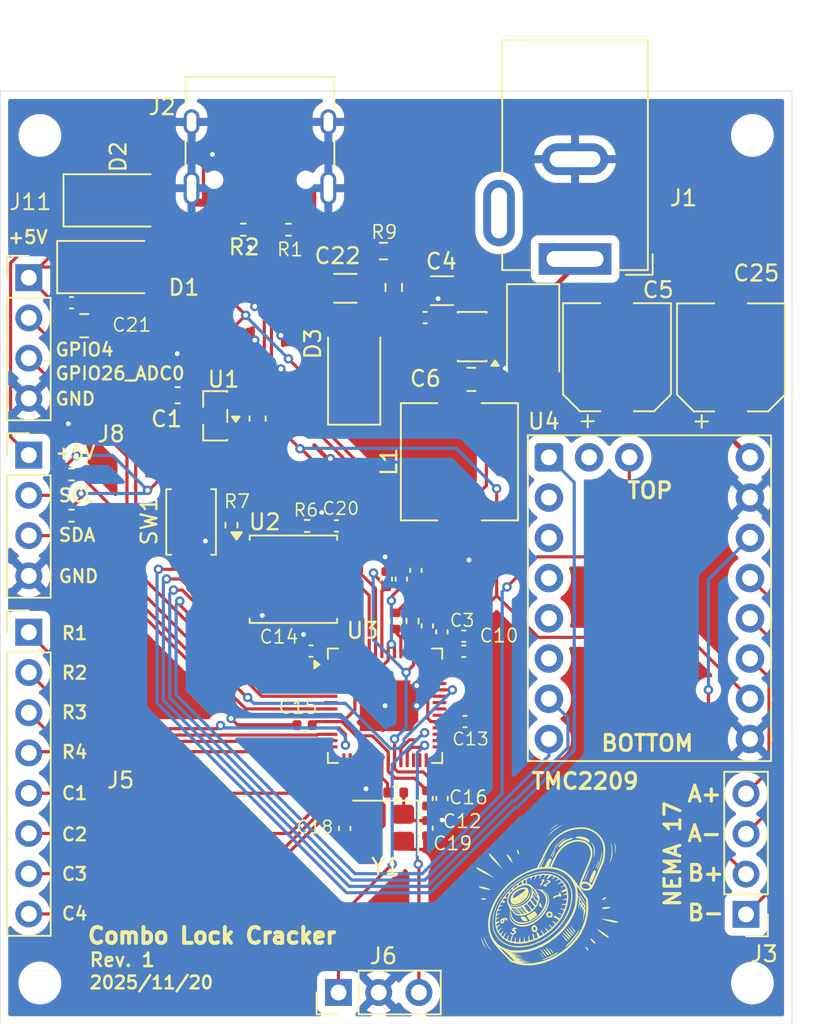
<source format=kicad_pcb>
(kicad_pcb (version 20241229) (generator "pcbnew") (generator_version "9.0")
  (layers (0 "F.Cu" signal "Front") (4 "In1.Cu" signal) (6 "In2.Cu" signal) (2 "B.Cu" signal "Back") (13 "F.Paste" user) (15 "B.Paste" user) (5 "F.SilkS" user "F.Silkscreen") (7 "B.SilkS" user "B.Silkscreen") (1 "F.Mask" user) (3 "B.Mask" user) (25 "Edge.Cuts" user))
  (net 0 "")
  (net 1 "+5V")
  (net 2 "GND")
  (net 3 "+3V3")
  (net 4 "+24V")
  (net 5 "Net-(U6-BOOT)")
  (net 6 "Net-(U6-SW)")
  (net 7 "/Power/BUCK_VCC_5V")
  (net 8 "Net-(U6-FB)")
  (net 9 "+1V1")
  (net 10 "/RP2040/XIN")
  (net 11 "Net-(C19-Pad2)")
  (net 12 "VBUS")
  (net 13 "Net-(J2-CC2)")
  (net 14 "/Power/USB_D-")
  (net 15 "/Power/USB_D+")
  (net 16 "Net-(J2-CC1)")
  (net 17 "/Peripherals/GPIO3")
  (net 18 "/Peripherals/GPIO13")
  (net 19 "/Peripherals/GPIO8")
  (net 20 "/Peripherals/GPIO12")
  (net 21 "/Peripherals/GPIO10")
  (net 22 "/Peripherals/GPIO14")
  (net 23 "/Peripherals/GPIO15")
  (net 24 "/Peripherals/GPIO9")
  (net 25 "/Peripherals/GPIO11")
  (net 26 "/RP2040/SWD")
  (net 27 "/RP2040/SWCLK")
  (net 28 "/Peripherals/GPIO6")
  (net 29 "/Peripherals/GPIO7")
  (net 30 "/Peripherals/GPIO4")
  (net 31 "/Peripherals/GPIO26_ADC0")
  (net 36 "/Peripherals/GPIO1")
  (net 38 "/Peripherals/GPIO0")
  (net 47 "Net-(U3-USB_DP)")
  (net 48 "Net-(U3-USB_DM)")
  (net 49 "/RP2040/XOUT")
  (net 50 "/RP2040/QSPI_SS")
  (net 51 "Net-(R7-Pad1)")
  (net 52 "/RP2040/QSPI_SD1")
  (net 53 "/RP2040/QSPI_SD2")
  (net 54 "/RP2040/QSPI_SD3")
  (net 55 "/RP2040/QSPI_SCLK")
  (net 56 "/RP2040/QSPI_SD0")
  (net 60 "/Peripherals/GPIO2")
  (net 61 "Net-(J3-Pin_1)")
  (net 62 "Net-(J3-Pin_3)")
  (net 63 "Net-(J3-Pin_4)")
  (net 64 "Net-(J3-Pin_2)")
  (footprint "Capacitor_SMD:C_1206_3216Metric" (layer "F.Cu") (at 153.8 84.15 180)
    (property "Reference" "C22")
    (property "Value" "47uF")
  )
  (footprint "MountingHole:MountingHole_2.2mm_M2" (layer "F.Cu") (at 179.5 74.5)
    (property "Reference" "H1" (hide yes))
    (property "Value" "MountingHole")
  )
  (footprint "MountingHole:MountingHole_2.2mm_M2" (layer "F.Cu") (at 179.5 128)
    (property "Reference" "H4" (hide yes))
    (property "Value" "MountingHole")
  )
  (footprint "Capacitor_SMD:C_0402_1005Metric" (layer "F.Cu") (at 157.33 102.51 90)
    (property "Reference" "C8" (hide yes))
    (property "Value" "0.1uF")
  )
  (footprint "Connector_PinHeader_2.54mm:PinHeader_1x04_P2.54mm_Vertical" (layer "F.Cu") (at 179.1 123.67 180)
    (property "Reference" "J3")
    (property "Value" "Conn_01x04")
  )
  (footprint "Diode_SMD:D_SMA" (layer "F.Cu") (at 139.1 82.81)
    (property "Reference" "D1")
    (property "Value" "SS34")
  )
  (footprint "Capacitor_SMD:C_0402_1005Metric" (layer "F.Cu") (at 159.89 105.84 90)
    (property "Reference" "C11" (hide yes))
    (property "Value" "0.1uF")
  )
  (footprint "Connector_PinHeader_2.54mm:PinHeader_1x08_P2.54mm_Vertical" (layer "F.Cu") (at 133.8 105.86175)
    (property "Reference" "J5")
    (property "Value" "4x4 Matrix Keypad")
  )
  (footprint "Capacitor_SMD:C_0402_1005Metric" (layer "F.Cu") (at 151.22 111.725 180)
    (property "Reference" "C15")
    (property "Value" "0.1uF")
  )
  (footprint "Package_TO_SOT_SMD:SOT-23-6" (layer "F.Cu") (at 161.8 87.2 180)
    (property "Reference" "U6" (hide yes))
    (property "Value" "TPS54302")
  )
  (footprint "Capacitor_SMD:C_0805_2012Metric" (layer "F.Cu") (at 161.75 89.9)
    (property "Reference" "C6")
    (property "Value" "100nF")
  )
  (footprint "LOGO" (layer "F.Cu") (at 166.4 122.4)
    (property "Reference" "G***" (hide yes))
    (property "Value" "LOGO" (hide yes))
  )
  (footprint "Capacitor_SMD:C_1206_3216Metric" (layer "F.Cu") (at 159.9 84.3 180)
    (property "Reference" "C4")
    (property "Value" "22uF")
  )
  (footprint "Capacitor_SMD:C_0402_1005Metric" (layer "F.Cu") (at 153.753009 118.240491 -90)
    (property "Reference" "C18")
    (property "Value" "33pF")
  )
  (footprint "Capacitor_SMD:C_0402_1005Metric" (layer "F.Cu") (at 158.95 118.23 90)
    (property "Reference" "C19")
    (property "Value" "33pF")
  )
  (footprint "Resistor_SMD:R_0402_1005Metric" (layer "F.Cu") (at 158.035 105.145 -90)
    (property "Reference" "R4" (hide yes))
    (property "Value" "27")
  )
  (footprint "Capacitor_SMD:C_0805_2012Metric" (layer "F.Cu") (at 137.3 86.51)
    (property "Reference" "C21")
    (property "Value" "47uF")
  )
  (footprint "Capacitor_SMD:C_0402_1005Metric" (layer "F.Cu") (at 151.62 107.05 180)
    (property "Reference" "C14")
    (property "Value" "0.1uF")
  )
  (footprint "Resistor_SMD:R_0402_1005Metric" (layer "F.Cu") (at 136.5 95.9 180)
    (property "Reference" "R21" (hide yes))
    (property "Value" "4.7K")
  )
  (footprint "Resistor_SMD:R_0603_1608Metric" (layer "F.Cu") (at 156.85 84.1 90)
    (property "Reference" "R8" (hide yes))
    (property "Value" "100K")
  )
  (footprint "Connector_BarrelJack:BarrelJack_GCT_DCJ200-10-A_Horizontal" (layer "F.Cu") (at 168.3 82.3 180)
    (property "Reference" "J1")
    (property "Value" "Barrel_Jack_MountingPin")
  )
  (footprint "Capacitor_SMD:C_0603_1608Metric" (layer "F.Cu") (at 143.2 90.9 180)
    (property "Reference" "C1")
    (property "Value" "10uF")
  )
  (footprint "Capacitor_SMD:C_0402_1005Metric" (layer "F.Cu") (at 158.83 86)
    (property "Reference" "C7" (hide yes))
    (property "Value" "75pF")
  )
  (footprint "Connector_PinHeader_2.54mm:PinHeader_1x04_P2.54mm_Vertical" (layer "F.Cu") (at 133.8 94.68)
    (property "Reference" "J8")
    (property "Value" "I2C_LCD_1602")
  )
  (footprint "Resistor_SMD:R_0402_1005Metric" (layer "F.Cu") (at 156.97 115.98 180)
    (property "Reference" "R5" (hide yes))
    (property "Value" "1K")
  )
  (footprint "Capacitor_SMD:CP_Elec_6.3x7.7" (layer "F.Cu") (at 178.15 88.5125 90)
    (property "Reference" "C25")
    (property "Value" "100uF")
  )
  (footprint "Capacitor_SMD:C_0402_1005Metric" (layer "F.Cu") (at 158.97 105.46 90)
    (property "Reference" "C17" (hide yes))
    (property "Value" "0.1uF")
  )
  (footprint "Resistor_SMD:R_0402_1005Metric" (layer "F.Cu") (at 156.965 105.145 -90)
    (property "Reference" "R3" (hide yes))
    (property "Value" "27")
  )
  (footprint "Diode_SMD:D_SMA" (layer "F.Cu") (at 165.65 87.4 -90)
    (property "Reference" "D4" (hide yes))
    (property "Value" "SS34")
  )
  (footprint "Capacitor_SMD:C_0402_1005Metric" (layer "F.Cu") (at 161.27 107.06)
    (property "Reference" "C10")
    (property "Value" "0.1uF")
  )
  (footprint "Diode_SMD:D_SMA" (layer "F.Cu") (at 139.5 78.6)
    (property "Reference" "D2")
    (property "Value" "SS34")
  )
  (footprint "MountingHole:MountingHole_2.2mm_M2" (layer "F.Cu") (at 134.5 128)
    (property "Reference" "H3" (hide yes))
    (property "Value" "MountingHole")
  )
  (footprint "Resistor_SMD:R_0402_1005Metric" (layer "F.Cu") (at 151.38 99.15 180)
    (property "Reference" "R6")
    (property "Value" "10K")
  )
  (footprint "Capacitor_SMD:C_0402_1005Metric" (layer "F.Cu") (at 159.9 116.35 -90)
    (property "Reference" "C16")
    (property "Value" "1uF")
  )
  (footprint "Package_TO_SOT_SMD:SOT-23" (layer "F.Cu") (at 145.575 92.2 180)
    (property "Reference" "U1")
    (property "Value" "MCP1700x-330xxTT")
  )
  (footprint "Capacitor_SMD:C_0402_1005Metric" (layer "F.Cu") (at 158.25 101.95 90)
    (property "Reference" "C9" (hide yes))
    (property "Value" "0.1uF")
  )
  (footprint "Capacitor_SMD:C_0402_1005Metric" (layer "F.Cu") (at 161.27 106.11)
    (property "Reference" "C3")
    (property "Value" "1uF")
  )
  (footprint "Resistor_SMD:R_0402_1005Metric" (layer "F.Cu") (at 150.2 80.45)
    (property "Reference" "R1")
    (property "Value" "5.1K")
  )
  (footprint "Connector_PinHeader_2.54mm:PinHeader_1x04_P2.54mm_Vertical" (layer "F.Cu") (at 133.8 83.48)
    (property "Reference" "J11")
    (property "Value" "Analog_Feedback_Servo")
  )
  (footprint "Resistor_SMD:R_0402_1005Metric" (layer "F.Cu") (at 136.5 98.5)
    (property "Reference" "R22" (hide yes))
    (property "Value" "4.7K")
  )
  (footprint "Capacitor_SMD:C_0402_1005Metric" (layer "F.Cu") (at 136.5 85.06 180)
    (property "Reference" "C29" (hide yes))
    (property "Value" "0.1uF")
  )
  (footprint "Capacitor_SMD:C_0603_1608Metric" (layer "F.Cu") (at 148.25 92.375 -90)
    (property "Reference" "C2" (hide yes))
    (property "Value" "10uF")
  )
  (footprint "Package_DFN_QFN:QFN-56-1EP_7x7mm_P0.4mm_EP3.2x3.2mm" (layer "F.Cu") (at 156.3 110.5)
    (property "Reference" "U3")
    (property "Value" "RP2040")
  )
  (footprint "Capacitor_SMD:C_0402_1005Metric" (layer "F.Cu") (at 158.95 116.35 -90)
    (property "Reference" "C12")
    (property "Value" "0.1uF")
  )
  (footprint "Resistor_SMD:R_0402_1005Metric" (layer "F.Cu") (at 147.35 80.45)
    (property "Reference" "R2")
    (property "Value" "5.1K")
  )
  (footprint "Library:TMC2209" (layer "F.Cu") (at 166.65 94.82)
    (property "Reference" "U4")
    (property "Value" "TMC2209_Module_v1.3")
  )
  (footprint "Crystal:Crystal_SMD_3225-4Pin_3.2x2.5mm" (layer "F.Cu") (at 156.34 118.2 180)
    (property "Reference" "Y1")
    (property "Value" "12 MHz")
  )
  (footprint "MountingHole:MountingHole_2.2mm_M2" (layer "F.Cu") (at 134.5 74.5)
    (property "Reference" "H2" (hide yes))
    (property "Value" "MountingHole")
  )
  (footprint "Capacitor_SMD:CP_Elec_6.3x7.7" (layer "F.Cu") (at 170.95 88.5 90)
    (property "Reference" "C5")
    (property "Value" "100uF")
  )
  (footprint "Package_SO:SOIC-8_5.3x5.3mm_P1.27mm" (layer "F.Cu") (at 150.5125 102.515)
    (property "Reference" "U2")
    (property "Value" "W25Q128JVS")
  )
  (footprint "Resistor_SMD:R_0603_1608Metric" (layer "F.Cu") (at 156.2 81.8 180)
    (property "Reference" "R9")
    (property "Value" "13.7K")
  )
  (footprint "Diode_SMD:D_SMA" (layer "F.Cu") (at 154.35 89.25 90)
    (property "Reference" "D3")
    (property "Value" "SS34")
  )
  (footprint "Capacitor_SMD:C_0402_1005Metric" (layer "F.Cu") (at 153.23 99.15 180)
    (property "Reference" "C20")
    (property "Value" "0.1uF")
  )
  (footprint "Resistor_SMD:R_0402_1005Metric" (layer "F.Cu") (at 146.6 99.1 -90)
    (property "Reference" "R7")
    (property "Value" "1K")
  )
  (footprint "Capacitor_SMD:C_0402_1005Metric" (layer "F.Cu") (at 161.35 111.5)
    (property "Reference" "C13")
    (property "Value" "0.1uF")
  )
  (footprint "Button_Switch_SMD:SW_Push_SPST_NO_Alps_SKRK" (layer "F.Cu") (at 144.05 98.9 90)
    (property "Reference" "SW1")
    (property "Value" "SW_Push")
  )
  (footprint "Inductor_SMD:L_7.3x7.3_H3.5" (layer "F.Cu") (at 161 95.1 90)
    (property "Reference" "L1")
    (property "Value" "4.7uH")
  )
  (footprint "Connector_PinHeader_2.54mm:PinHeader_1x03_P2.54mm_Vertical" (layer "F.Cu") (at 153.36 128.6 90)
    (property "Reference" "J6")
    (property "Value" "Conn_01x03")
  )
  (footprint "Connector_USB:USB_C_Receptacle_HRO_TYPE-C-31-M-12" (layer "F.Cu") (at 148.4 74.7 180)
    (property "Reference" "J2")
    (property "Value" "USB_C_Receptacle_USB2.0_14P")
  )
  (footprint "Capacitor_SMD:C_0402_1005Metric" (layer "F.Cu") (at 156.38 102.51 90)
    (property "Reference" "C24" (hide yes))
    (property "Value" "0.1uF")
  )
  (gr_rect (start 132 71.7) (end 182 130.6) (stroke (width 0.0381)) (fill no) (layer "Edge.Cuts"))
  (gr_text "SDA" (at 135.6 100.2 0) (layer "F.SilkS") (effects (font (size 0.8128 0.8128) (thickness 0.1524) (bold yes)) (justify left bottom)))
  (gr_text "+5V" (at 135.4 95 0) (layer "F.SilkS") (effects (font (size 0.8128 0.8128) (thickness 0.1524) (bold yes)) (justify left bottom)))
  (gr_text "Combo Lock Cracker" (at 137.4 125.6 0) (layer "F.SilkS") (effects (font (size 1 1) (thickness 0.25) (bold yes)) (justify left bottom)))
  (gr_text "BOTTOM" (at 169.85 113.45 0) (layer "F.SilkS") (effects (font (size 1 1) (thickness 0.2) (bold yes)) (justify left bottom)))
  (gr_text "C3" (at 135.8 121.6 0) (layer "F.SilkS") (effects (font (size 0.8128 0.8128) (thickness 0.1524) (bold yes)) (justify left bottom)))
  (gr_text "C4" (at 135.8 124.1 0) (layer "F.SilkS") (effects (font (size 0.8128 0.8128) (thickness 0.1524) (bold yes)) (justify left bottom)))
  (gr_text "A-" (at 175.3 119.15 0) (layer "F.SilkS") (effects (font (size 1 1) (thickness 0.2) (bold yes)) (justify left bottom)))
  (gr_text "NEMA 17" (at 175.05 123.3 90) (layer "F.SilkS") (effects (font (size 1 1) (thickness 0.2) (bold yes)) (justify left bottom)))
  (gr_text "R2" (at 135.8 108.9 0) (layer "F.SilkS") (effects (font (size 0.8128 0.8128) (thickness 0.1524) (bold yes)) (justify left bottom)))
  (gr_text "C2" (at 135.8 119.1 0) (layer "F.SilkS") (effects (font (size 0.8128 0.8128) (thickness 0.1524) (bold yes)) (justify left bottom)))
  (gr_text "R3" (at 135.8 111.4 0) (layer "F.SilkS") (effects (font (size 0.8128 0.8128) (thickness 0.1524) (bold yes)) (justify left bottom)))
  (gr_text "TMC2209" (at 165.45 115.85 0) (layer "F.SilkS") (effects (font (size 1 1) (thickness 0.2) (bold yes)) (justify left bottom)))
  (gr_text "GND" (at 135.6 102.8 0) (layer "F.SilkS") (effects (font (size 0.8128 0.8128) (thickness 0.1524) (bold yes)) (justify left bottom)))
  (gr_text "GPIO26_ADC0" (at 135.4 90 0) (layer "F.SilkS") (effects (font (size 0.8128 0.8128) (thickness 0.1524) (bold yes)) (justify left bottom)))
  (gr_text "2025/11/20" (at 137.55 128.44175 0) (layer "F.SilkS") (effects (font (size 0.8 0.8) (thickness 0.16) (bold yes)) (justify left bottom)))
  (gr_text "SCL" (at 135.6 97.7 0) (layer "F.SilkS") (effects (font (size 0.8128 0.8128) (thickness 0.1524) (bold yes)) (justify left bottom)))
  (gr_text "C1" (at 135.8 116.5 0) (layer "F.SilkS") (effects (font (size 0.8128 0.8128) (thickness 0.1524) (bold yes)) (justify left bottom)))
  (gr_text "R1" (at 135.8 106.4 0) (layer "F.SilkS") (effects (font (size 0.8128 0.8128) (thickness 0.1524) (bold yes)) (justify left bottom)))
  (gr_text "GND" (at 135.4 91.6 0) (layer "F.SilkS") (effects (font (size 0.8128 0.8128) (thickness 0.1524) (bold yes)) (justify left bottom)))
  (gr_text "B-" (at 175.3 124.15 0) (layer "F.SilkS") (effects (font (size 1 1) (thickness 0.2) (bold yes)) (justify left bottom)))
  (gr_text "B+" (at 175.3 121.65 0) (layer "F.SilkS") (effects (font (size 1 1) (thickness 0.2) (bold yes)) (justify left bottom)))
  (gr_text "TOP" (at 171.5 97.5 0) (layer "F.SilkS") (effects (font (size 1 1) (thickness 0.2) (bold yes)) (justify left bottom)))
  (gr_text "GPIO4" (at 135.4 88.5 0) (layer "F.SilkS") (effects (font (size 0.8128 0.8128) (thickness 0.1524) (bold yes)) (justify left bottom)))
  (gr_text "R4" (at 135.8 113.9 0) (layer "F.SilkS") (effects (font (size 0.8128 0.8128) (thickness 0.1524) (bold yes)) (justify left bottom)))
  (gr_text "A+" (at 175.3 116.65 0) (layer "F.SilkS") (effects (font (size 1 1) (thickness 0.2) (bold yes)) (justify left bottom)))
  (gr_text "+5V" (at 132.4 81.4 0) (layer "F.SilkS") (effects (font (size 0.8128 0.8128) (thickness 0.1524) (bold yes)) (justify left bottom)))
  (gr_text "Rev. 1" (at 137.55 127.04175 0) (layer "F.SilkS") (effects (font (size 0.85 0.85) (thickness 0.16) (bold yes)) (justify left bottom)))
  (segment (start 135.38 85.06) (end 136.02 85.06) (width 0.2) (layer "F.Cu") (net 1))
  (segment (start 136.35 85.39) (end 136.02 85.06) (width 0.2) (layer "F.Cu") (net 1))
  (segment (start 136.35 86.51) (end 135.38 85.54) (width 0.2) (layer "F.Cu") (net 1))
  (segment (start 136.02 83.89) (end 137.1 82.81) (width 0.2) (layer "F.Cu") (net 1))
  (segment (start 136.59175 80.7) (end 136.6 80.69175) (width 0.2) (layer "F.Cu") (net 1))
  (segment (start 143.975 90.9) (end 143.975 91.5375) (width 0.2) (layer "F.Cu") (net 1))
  (segment (start 132.65 93.53) (end 133.8 94.68) (width 0.2) (layer "F.Cu") (net 1))
  (segment (start 134.50825 80.69175) (end 132.65 82.55) (width 0.2) (layer "F.Cu") (net 1))
  (segment (start 137.1 82.81) (end 134.47 82.81) (width 0.2) (layer "F.Cu") (net 1))
  (segment (start 135.38 85.54) (end 135.38 85.06) (width 0.2) (layer "F.Cu") (net 1))
  (segment (start 143.975 89.375) (end 147.5 85.85) (width 0.2) (layer "F.Cu") (net 1))
  (segment (start 132.65 82.55) (end 132.65 93.53) (width 0.2) (layer "F.Cu") (net 1))
  (segment (start 143.25 81.6) (end 140.5 81.6) (width 0.2) (layer "F.Cu") (net 1))
  (segment (start 136.6 80.69175) (end 134.50825 80.69175) (width 0.2) (layer "F.Cu") (net 1))
  (segment (start 133.8 83.49175) (end 136.59175 80.7) (width 0.2) (layer "F.Cu") (net 1))
  (segment (start 137.5 79.79175) (end 137.5 78.6) (width 0.2) (layer "F.Cu") (net 1))
  (segment (start 134.47 82.81) (end 133.8 83.48) (width 0.2) (layer "F.Cu") (net 1))
  (segment (start 143.975 90.9) (end 143.975 89.375) (width 0.2) (layer "F.Cu") (net 1))
  (segment (start 136.02 85.06) (end 136.02 83.89) (width 0.2) (layer "F.Cu") (net 1))
  (segment (start 152.85 91.25) (end 154.35 91.25) (width 0.2) (layer "F.Cu") (net 1))
  (segment (start 140.5 81.6) (end 137.5 78.6) (width 0.2) (layer "F.Cu") (net 1))
  (segment (start 136.6 80.69175) (end 137.5 79.79175) (width 0.2) (layer "F.Cu") (net 1))
  (segment (start 150.2 88.6) (end 152.85 91.25) (width 0.2) (layer "F.Cu") (net 1))
  (segment (start 136.35 86.51) (end 136.35 85.39) (width 0.2) (layer "F.Cu") (net 1))
  (segment (start 147.5 85.85) (end 143.25 81.6) (width 0.2) (layer "F.Cu") (net 1))
  (segment (start 133.8 83.48) (end 135.38 85.06) (width 0.2) (layer "F.Cu") (net 1))
  (segment (start 143.975 91.5375) (end 144.6375 92.2) (width 0.2) (layer "F.Cu") (net 1))
  (via (at 147.5 85.85) (size 0.6) (drill 0.3) (layers "F.Cu" "B.Cu") (net 1))
  (via (at 150.2 88.6) (size 0.6) (drill 0.3) (layers "F.Cu" "B.Cu") (net 1))
  (segment (start 150.2 88.6) (end 147.5 85.9) (width 0.2) (layer "B.Cu") (net 1))
  (segment (start 147.5 85.9) (end 147.5 85.85) (width 0.2) (layer "B.Cu") (net 1))
  (segment (start 155.299 115.2602) (end 155.299 114.991) (width 0.2) (layer "F.Cu") (net 2))
  (segment (start 159.51 104.98) (end 159.89 105.36) (width 0.2) (layer "F.Cu") (net 2))
  (segment (start 161.75 107.06) (end 161.75 106.11) (width 0.2) (layer "F.Cu") (net 2))
  (segment (start 159.903009 118.765491) (end 159.103009 119.565491) (width 0.2) (layer "F.Cu") (net 2))
  (segment (start 159.65 84.8) (end 158.925 84.8) (width 0.2) (layer "F.Cu") (net 2))
  (segment (start 144.03 77.83675) (end 144.03 77.31175) (width 0.2) (layer "F.Cu") (net 2))
  (segment (start 159.903009 117.715491) (end 159.903009 118.765491) (width 0.2) (layer "F.Cu") (net 2))
  (segment (start 159.903009 117.756991) (end 158.95 118.71) (width 0.2) (layer "F.Cu") (net 2))
  (segment (start 147.7606 81.559299) (end 147.7606 80.5494) (width 0.2) (layer "F.Cu") (net 2))
  (segment (start 144.834 76.266) (end 145.4 75.7) (width 0.2) (layer "F.Cu") (net 2))
  (segment (start 158.97 104.98) (end 159.51 104.98) (width 0.2) (layer "F.Cu") (net 2))
  (segment (start 136.98 85.24) (end 136.98 85.06) (width 0.2) (layer "F.Cu") (net 2))
  (segment (start 159.103009 119.565491) (end 157.953009 119.565491) (width 0.2) (layer "F.Cu") (net 2))
  (segment (start 158.25 101.47) (end 157.89 101.47) (width 0.2) (layer "F.Cu") (net 2))
  (segment (start 146.975 111.7) (end 146.575 111.3) (width 0.2) (layer "F.Cu") (net 2))
  (segment (start 136.98 85.06) (end 137.2 85.06) (width 0.2) (layer "F.Cu") (net 2))
  (segment (start 152.75 98.75) (end 152.3 98.3) (width 0.2) (layer "F.Cu") (net 2))
  (segment (start 151.14 106.21) (end 151.14 107.05) (width 0.2) (layer "F.Cu") (net 2))
  (segment (start 144.834 78.429) (end 144.834 76.266) (width 0.2) (layer "F.Cu") (net 2))
  (segment (start 135.4 92.7) (end 133.8 91.1) (width 0.2) (layer "F.Cu") (net 2))
  (segment (start 157.89 101.47) (end 157.33 102.03) (width 0.2) (layer "F.Cu") (net 2))
  (segment (start 150.74 111.7) (end 146.975 111.7) (width 0.2) (layer "F.Cu") (net 2))
  (segment (start 151.65 78.745) (end 151.65 79.51) (width 0.2) (layer "F.Cu") (net 2))
  (segment (start 155.1 116.7) (end 155.12869 116.72869) (width 0.2) (layer "F.Cu") (net 2))
  (segment (start 155.073324 115.713952) (end 155.073324 115.485876) (width 0.2) (layer "F.Cu") (net 2))
  (segment (start 145.15 78.745) (end 144.834 78.429) (width 0.2) (layer "F.Cu") (net 2))
  (segment (start 151.65 79.51) (end 150.71 80.45) (width 0.2) (layer "F.Cu") (net 2))
  (segment (start 156.31 101.83) (end 156.31 102.07) (width 0.2) (layer "F.Cu") (net 2))
  (segment (start 157.33 102.03) (end 156.38 102.03) (width 0.2) (layer "F.Cu") (net 2))
  (segment (start 155.073324 115.485876) (end 155.299 115.2602) (width 0.2) (layer "F.Cu") (net 2))
  (segment (start 151.15 106.2) (end 151.14 106.21) (width 0.2) (layer "F.Cu") (net 2))
  (segment (start 155.299 114.991) (end 155.3 114.99) (width 0.2) (layer "F.Cu") (net 2))
  (segment (start 159.017518 116.83) (end 159.903009 117.715491) (width 0.2) (layer "F.Cu") (net 2))
  (segment (start 155.1 115.740628) (end 155.073324 115.713952) (width 0.2) (layer "F.Cu") (net 2))
  (segment (start 162.9375 88.2375) (end 162.9375 88.15) (width 0.2) (layer "F.Cu") (net 2))
  (segment (start 151.15 106) (end 151.15 106.2) (width 0.2) (layer "F.Cu") (net 2))
  (segment (start 152.75 99.15) (end 152.75 98.75) (width 0.2) (layer "F.Cu") (net 2))
  (segment (start 153.753009 117.760491) (end 154.829509 117.760491) (width 0.2) (layer "F.Cu") (net 2))
  (segment (start 136.3 92.7) (end 135.4 92.7) (width 0.2) (layer "F.Cu") (net 2))
  (segment (start 155.12869 116.72869) (end 155.12869 117.23869) (width 0.2) (layer "F.Cu") (net 2))
  (segment (start 155.1 115.74063) (end 155.1 115.740628) (width 0.2) (layer "F.Cu") (net 2))
  (segment (start 163.9 89.2) (end 162.9375 88.2375) (width 0.2) (layer "F.Cu") (net 2))
  (segment (start 155.3 114.99) (end 155.3 113.9375) (width 0.2) (layer "F.Cu") (net 2))
  (segment (start 159.9 116.83) (end 158.95 116.83) (width 0.2) (layer "F.Cu") (net 2))
  (segment (start 158.925 84.8) (end 158.425 84.3) (width 0.2) (layer "F.Cu") (net 2))
  (segment (start 155.1 115.74063) (end 155.1 116.7) (width 0.2) (layer "F.Cu") (net 2))
  (segment (start 148.55 104.8) (end 148.17 104.42) (width 0.2) (layer "F.Cu") (net 2))
  (segment (start 148.17 104.42) (end 146.925 104.42) (width 0.2) (layer "F.Cu") (net 2))
  (segment (start 147.7606 80.5494) (end 147.86 80.45) (width 0.2) (layer "F.Cu") (net 2))
  (via (at 147.7606 81.559299) (size 0.6) (drill 0.3) (layers "F.Cu" "B.Cu") (net 2))
  (via (at 163.9 89.2) (size 0.6) (drill 0.3) (layers "F.Cu" "B.Cu") (net 2))
  (via (at 148.075 87.424265) (size 0.6) (drill 0.3) (layers "F.Cu" "B.Cu") (net 2))
  (via (at 144.95 100.1) (size 0.6) (drill 0.3) (layers "F.Cu" "B.Cu") (net 2))
  (via (at 152.3 98.3) (size 0.6) (drill 0.3) (layers "F.Cu" "B.Cu") (net 2))
  (via (at 161.6 101.3) (size 0.6) (drill 0.3) (layers "F.Cu" "B.Cu") (net 2))
  (via (at 159.65 84.8) (size 0.6) (drill 0.3) (layers "F.Cu" "B.Cu") (net 2))
  (via (at 143.175 88.275) (size 0.6) (drill 0.3) (layers "F.Cu" "B.Cu") (net 2))
  (via (at 156.305 101.1) (size 0.6) (drill 0.3) (layers "F.Cu" "B.Cu") (net 2))
  (via (at 151.15 106) (size 0.6) (drill 0.3) (layers "F.Cu" "B.Cu") (net 2))
  (via (at 158.3 110.5) (size 0.6) (drill 0.3) (layers "F.Cu" "B.Cu") (net 2))
  (via (at 145.4 75.7) (size 0.6) (drill 0.3) (layers "F.Cu" "B.Cu") (net 2))
  (via (at 136.3 92.7) (size 0.6) (drill 0.3) (layers "F.Cu" "B.Cu") (net 2))
  (via (at 155.1 115.74063) (size 0.6) (drill 0.3) (layers "F.Cu" "B.Cu") (net 2))
  (via (at 156.3 110.5) (size 0.6) (drill 0.3) (layers "F.Cu" "B.Cu") (net 2))
  (via (at 149.725 87.125735) (size 0.6) (drill 0.3) (layers "F.Cu" "B.Cu") (net 2))
  (via (at 148.55 104.8) (size 0.6) (drill 0.3) (layers "F.Cu" "B.Cu") (net 2))
  (via (at 149.725 89.243721) (size 0.6) (drill 0.3) (layers "F.Cu" "B.Cu") (net 2))
  (via (at 148.075 85.293786) (size 0.6) (drill 0.3) (layers "F.Cu" "B.Cu") (net 2))
  (via (at 159.903009 117.715491) (size 0.6) (drill 0.3) (layers "F.Cu" "B.Cu") (net 2))
  (via (at 146.575 111.3) (size 0.6) (drill 0.3) (layers "F.Cu" "B.Cu") (net 2))
  (via (at 158.3 109.225) (size 0.6) (drill 0.3) (layers "F.Cu" "B.Cu") (net 2))
  (via (at 152.850707 94.899293) (size 0.6) (drill 0.3) (layers "F.Cu" "B.Cu") (net 2))
  (segment (start 160.79 106.11) (end 160.79 107.06) (width 0.2) (layer "F.Cu") (net 3))
  (segment (start 158.175 102.405) (end 158.17 102.405) (width 0.2) (layer "F.Cu") (net 3))
  (segment (start 157.525 100.8) (end 155.85 99.125) (width 0.2) (layer "F.Cu") (net 3))
  (segment (start 156.7 103.870453) (end 156.7 103.62) (width 0.2) (layer "F.Cu") (net 3))
  (segment (start 151.925 111.5) (end 151.7 111.725) (width 0.2) (layer "F.Cu") (net 3))
  (segment (start 154.1 100.61) (end 154.1 99.54) (width 0.2) (layer "F.Cu") (net 3))
  (segment (start 141.383032 96.9) (end 141.3 96.9) (width 0.2) (layer "F.Cu") (net 3))
  (segment (start 135.99 95.9) (end 135.99 95.51) (width 0.2) (layer "F.Cu") (net 3))
  (segment (start 158.999 108.101) (end 159.2 107.9) (width 0.2) (layer "F.Cu") (net 3))
  (segment (start 156.5 114.639874) (end 156.5 113.9375) (width 0.2) (layer "F.Cu") (net 3))
  (segment (start 156.5 107.625) (end 156.225 107.9) (width 0.2) (layer "F.Cu") (net 3))
  (segment (start 155.825 99.15) (end 155.85 99.125) (width 0.2) (layer "F.Cu") (net 3))
  (segment (start 148.25 91.6) (end 146.683032 91.6) (width 0.2) (layer "F.Cu") (net 3))
  (segment (start 156.937126 115.077) (end 156.5 114.639874) (width 0.2) (layer "F.Cu") (net 3))
  (segment (start 156.7 103.62) (end 157.33 102.99) (width 0.2) (layer "F.Cu") (net 3))
  (segment (start 157.255 102.965) (end 157.715 102.965) (width 0.2) (layer "F.Cu") (net 3))
  (segment (start 163.35 103.55) (end 160.79 106.11) (width 0.2) (layer "F.Cu") (net 3))
  (segment (start 159.89 106.32) (end 159.6425 106.32) (width 0.2) (layer "F.Cu") (net 3))
  (segment (start 151.89 99.469999) (end 151.89 99.15) (width 0.2) (layer "F.Cu") (net 3))
  (segment (start 163.349265 96.799265) (end 163.35 96.8) (width 0.2) (layer "F.Cu") (net 3))
  (segment (start 158.157 115.077) (end 156.937126 115.077) (width 0.2) (layer "F.Cu") (net 3))
  (segment (start 175.471 106.181) (end 165.981 106.181) (width 0.2) (layer "F.Cu") (net 3))
  (segment (start 152.8625 111.5) (end 153.65 111.5) (width 0.2) (layer "F.Cu") (net 3))
  (segment (start 158.25 102.40755) (end 158.87755 101.78) (width 0.2) (layer "F.Cu") (net 3))
  (segment (start 160.87 111.5) (end 159.7375 111.5) (width 0.2) (layer "F.Cu") (net 3))
  (segment (start 156.5 113.4) (end 155.501 112.401) (width 0.2) (layer "F.Cu") (net 3))
  (segment (start 160.58 106.32) (end 160.79 106.11) (width 0.2) (layer "F.Cu") (net 3))
  (segment (start 153.099 99.761) (end 152.181001 99.761) (width 0.2) (layer "F.Cu") (net 3))
  (segment (start 163.35 96.8) (end 163.35 103.55) (width 0.2) (layer "F.Cu") (net 3))
  (segment (start 165.981 106.181) (end 164.8 105) (width 0.2) (layer "F.Cu") (net 3))
  (segment (start 153.71 99.15) (end 153.099 99.761) (width 0.2) (layer "F.Cu") (net 3))
  (segment (start 154.1 99.54) (end 153.71 99.15) (width 0.2) (layer "F.Cu") (net 3))
  (segment (start 163.35 103.55) (end 164.8 105) (width 0.2) (layer "F.Cu") (net 3))
  (segment (start 135.99 95.51) (end 136.8 94.7) (width 0.2) (layer "F.Cu") (net 3))
  (segment (start 156.225 107.9) (end 153.6 107.9) (width 0.2) (layer "F.Cu") (net 3))
  (segment (start 147.9 91.25) (end 148.25 91.6) (width 0.2) (layer "F.Cu") (net 3))
  (segment (start 156.9 106.927226) (end 156.9 107.0625) (width 0.2) (layer "F.Cu") (net 3))
  (segment (start 137.1 97.39) (end 135.99 98.5) (width 0.2) (layer "F.Cu") (net 3))
  (segment (start 154.465874 112.401) (end 153.564874 111.5) (width 0.2) (layer "F.Cu") (net 3))
  (segment (start 152.8625 111.5) (end 151.925 111.5) (width 0.2) (layer "F.Cu") (net 3))
  (segment (start 156.5 113.4) (end 156.5 113.9375) (width 0.2) (layer "F.Cu") (net 3))
  (segment (start 158.95 115.87) (end 158.157 115.077) (width 0.2) (layer "F.Cu") (net 3))
  (segment (start 160.5775 107.06) (end 160.79 107.06) (width 0.2) (layer "F.Cu") (net 3))
  (segment (start 158.9 101.78) (end 158.9 101) (width 0.2) (layer "F.Cu") (net 3))
  (segment (start 159.6425 106.32) (end 158.9 107.0625) (width 0.2) (layer "F.Cu") (net 3))
  (segment (start 146.683032 91.6) (end 141.383032 96.9) (width 0.2) (layer "F.Cu") (net 3))
  (segment (start 158.9 101) (end 158.7 100.8) (width 0.2) (layer "F.Cu") (net 3))
  (segment (start 153.6 107.9) (end 153.5 107.9) (width 0.2) (layer "F.Cu") (net 3))
  (segment (start 159.7375 111.5) (end 159.2 111.5) (width 0.2) (layer "F.Cu") (net 3))
  (segment (start 153.564874 111.5) (end 152.8625 111.5) (width 0.2) (layer "F.Cu") (net 3))
  (segment (start 159.7375 107.9) (end 160.5775 107.06) (width 0.2) (layer "F.Cu") (net 3))
  (segment (start 153.5 107.9) (end 152.8625 107.9) (width 0.2) (layer "F.Cu") (net 3))
  (segment (start 153.71 99.15) (end 155.825 99.15) (width 0.2) (layer "F.Cu") (net 3))
  (segment (start 146.5125 91.25) (end 147.9 91.25) (width 0.2) (layer "F.Cu") (net 3))
  (segment (start 153.65 111.5) (end 154.399 110.751) (width 0.2) (layer "F.Cu") (net 3))
  (segment (start 152.1 107.1375) (end 152.8625 107.9) (width 0.2) (layer "F.Cu") (net 3))
  (segment (start 158.7 100.8) (end 157.525 100.8) (width 0.2) (layer "F.Cu") (net 3))
  (segment (start 154.399 108.699) (end 153.6 107.9) (width 0.2) (layer "F.Cu") (net 3))
  (segment (start 155.501 112.401) (end 154.465874 112.401) (width 0.2) (layer "F.Cu") (net 3))
  (segment (start 158.34 102.47) (end 158.18 102.47) (width 0.2) (layer "F.Cu") (net 3))
  (segment (start 157.715 102.965) (end 158.25 102.43) (width 0.2) (layer "F.Cu") (net 3))
  (segment (start 179.35 110.06) (end 175.471 106.181) (width 0.2) (layer "F.Cu") (net 3))
  (segment (start 158.25 102.43) (end 158.25 102.40755) (width 0.2) (layer "F.Cu") (net 3))
  (segment (start 151 94.275) (end 155.85 99.125) (width 0.2) (layer "F.Cu") (net 3))
  (segment (start 159.89 106.32) (end 160.58 106.32) (width 0.2) (layer "F.Cu") (net 3))
  (segment (start 156.5 107.0625) (end 156.5 107.625) (width 0.2) (layer "F.Cu") (net 3))
  (segment (start 152.1 107.05) (end 152.1 107.1375) (width 0.2) (layer "F.Cu") (net 3))
  (segment (start 158.87755 101.78) (end 158.9 101.78) (width 0.2) (layer "F.Cu") (net 3))
  (segment (start 154.399 110.751) (end 154.399 108.699) (width 0.2) (layer "F.Cu") (net 3))
  (segment (start 150.925 94.275) (end 148.25 91.6) (width 0.2) (layer "F.Cu") (net 3))
  (segment (start 159.2 107.9) (end 159.7375 107.9) (width 0.2) (layer "F.Cu") (net 3))
  (segment (start 137.1 97.1) (end 137.1 97.39) (width 0.2) (layer "F.Cu") (net 3))
  (segment (start 152.181001 99.761) (end 151.89 99.469999) (width 0.2) (layer "F.Cu") (net 3))
  (segment (start 159.2 111.5) (end 158.999 111.299) (width 0.2) (layer "F.Cu") (net 3))
  (segment (start 158.9 107.0625) (end 158.5 107.0625) (width 0.2) (layer "F.Cu") (net 3))
  (segment (start 158.999 111.299) (end 158.999 108.101) (width 0.2) (layer "F.Cu") (net 3))
  (via (at 137.1 97.1) (size 0.6) (drill 0.3) (layers "F.Cu" "B.Cu") (net 3))
  (via (at 163.349265 96.799265) (size 0.6) (drill 0.3) (layers "F.Cu" "B.Cu") (net 3))
  (via (at 156.7 103.870453) (size 0.6) (drill 0.3) (layers "F.Cu" "B.Cu") (net 3))
  (via (at 156.699999 106.620531) (size 0.6) (drill 0.3) (layers "F.Cu" "B.Cu") (net 3))
  (via (at 141.3 96.9) (size 0.6) (drill 0.3) (layers "F.Cu" "B.Cu") (net 3))
  (via (at 136.8 94.7) (size 0.6) (drill 0.3) (layers "F.Cu" "B.Cu") (net 3))
  (via (at 150.925 94.275) (size 0.6) (drill 0.3) (layers "F.Cu" "B.Cu") (net 3))
  (segment (start 151.05 94.275) (end 150.925 94.275) (width 0.2) (layer "B.Cu") (net 3))
  (segment (start 139.1 94.7) (end 136.8 94.7) (width 0.2) (layer "B.Cu") (net 3))
  (segment (start 163.349265 96.799265) (end 160.8 94.25) (width 0.2) (layer "B.Cu") (net 3))
  (segment (start 141.1 97.1) (end 137.1 97.1) (width 0.2) (layer "B.Cu") (net 3))
  (segment (start 160.8 94.25) (end 151.075 94.25) (width 0.2) (layer "B.Cu") (net 3))
  (segment (start 141.3 96.9) (end 141.1 97.1) (width 0.2) (layer "B.Cu") (net 3))
  (segment (start 156.7 103.870453) (end 156.7 106.62053) (width 0.2) (layer "B.Cu") (net 3))
  (segment (start 141.3 96.9) (end 139.1 94.7) (width 0.2) (layer "B.Cu") (net 3))
  (segment (start 156.7 106.62053) (end 156.699999 106.620531) (width 0.2) (layer "B.Cu") (net 3))
  (segment (start 151.075 94.25) (end 151.05 94.275) (width 0.2) (layer "B.Cu") (net 3))
  (segment (start 178.15 91.2125) (end 178.15 93.62) (width 0.3) (layer "F.Cu") (net 4))
  (segment (start 165.65 85.4) (end 165.65 85.9) (width 0.3) (layer "F.Cu") (net 4))
  (segment (start 170.9125 90.0375) (end 170.9 90.025) (width 0.3) (layer "F.Cu") (net 4))
  (segment (start 165.65 85.4) (end 164.55 84.3) (width 0.3) (layer "F.Cu") (net 4))
  (segment (start 168.3 82.3) (end 168.3 82.75) (width 0.3) (layer "F.Cu") (net 4))
  (segment (start 161.575 84.5) (end 161.375 84.3) (width 0.3) (layer "F.Cu") (net 4))
  (segment (start 161.375 84.6875) (end 162.9375 86.25) (width 0.3) (layer "F.Cu") (net 4))
  (segment (start 168.3 82.75) (end 165.65 85.4) (width 0.3) (layer "F.Cu") (net 4))
  (segment (start 165.65 85.9) (end 170.95 91.2) (width 0.3) (layer "F.Cu") (net 4))
  (segment (start 170.95 91.2) (end 171.1 91.2) (width 0.3) (layer "F.Cu") (net 4))
  (segment (start 161.375 84.3) (end 161.375 84.6875) (width 0.3) (layer "F.Cu") (net 4))
  (segment (start 171.1 91.2) (end 171.1125 91.2125) (width 0.3) (layer "F.Cu") (net 4))
  (segment (start 164.55 84.3) (end 161.375 84.3) (width 0.3) (layer "F.Cu") (net 4))
  (segment (start 178.15 93.62) (end 179.35 94.82) (width 0.3) (layer "F.Cu") (net 4))
  (segment (start 171.1125 91.2125) (end 178.15 91.2125) (width 0.3) (layer "F.Cu") (net 4))
  (segment (start 160.8 88.2875) (end 160.6625 88.15) (width 0.2) (layer "F.Cu") (net 5))
  (segment (start 160.8 89.9) (end 160.8 88.2875) (width 0.2) (layer "F.Cu") (net 5))
  (segment (start 162.9375 87.2) (end 162.583032 87.2) (width 0.2) (layer "F.Cu") (net 6))
  (segment (start 162.583032 87.2) (end 161.974 87.809032) (width 0.2) (layer "F.Cu") (net 6))
  (segment (start 161.974 87.809032) (end 161.974 89.174) (width 0.2) (layer "F.Cu") (net 6))
  (segment (start 161.974 89.174) (end 162.7 89.9) (width 0.2) (layer "F.Cu") (net 6))
  (segment (start 162.7 89.9) (end 162.7 96.6) (width 0.2) (layer "F.Cu") (net 6))
  (segment (start 162.7 96.6) (end 161 98.3) (width 0.2) (layer "F.Cu") (net 6))
  (segment (start 156.075 84.15) (end 156.85 84.925) (width 0.2) (layer "F.Cu") (net 7))
  (segment (start 161 91.9) (end 159.9829 91.9) (width 0.2) (layer "F.Cu") (net 7))
  (segment (start 158.35 90.2671) (end 158.35 86) (width 0.2) (layer "F.Cu") (net 7))
  (segment (start 158.35 86) (end 157.925 86) (width 0.2) (layer "F.Cu") (net 7))
  (segment (start 154.35 85.075) (end 155.275 84.15) (width 0.2) (layer "F.Cu") (net 7))
  (segment (start 155.275 84.15) (end 156.075 84.15) (width 0.2) (layer "F.Cu") (net 7))
  (segment (start 154.71 87.79) (end 154.35 88.15) (width 0.2) (layer "F.Cu") (net 7))
  (segment (start 159.9829 91.9) (end 158.35 90.2671) (width 0.2) (layer "F.Cu") (net 7))
  (segment (start 157.925 86) (end 156.85 84.925) (width 0.2) (layer "F.Cu") (net 7))
  (segment (start 154.35 87.25) (end 154.35 85.075) (width 0.2) (layer "F.Cu") (net 7))
  (segment (start 157.025 82.425) (end 156.85 82.6) (width 0.2) (layer "F.Cu") (net 8))
  (segment (start 158.85 83.1) (end 157.68516 83.1) (width 0.2) (layer "F.Cu") (net 8))
  (segment (start 158.851 83.099) (end 158.85 83.1) (width 0.2) (layer "F.Cu") (net 8))
  (segment (start 157.025 81.8) (end 157.025 82.425) (width 0.2) (layer "F.Cu") (net 8))
  (segment (start 158.98516 83.099) (end 158.851 83.099) (width 0.2) (layer "F.Cu") (net 8))
  (segment (start 159.56 86.25) (end 159.31 86) (width 0.2) (layer "F.Cu") (net 8))
  (segment (start 160.6625 86.25) (end 159.56 86.25) (width 0.2) (layer "F.Cu") (net 8))
  (segment (start 160.6625 86.25) (end 160.5 86.0875) (width 0.2) (layer "F.Cu") (net 8))
  (segment (start 160.5 84.61384) (end 158.98516 83.099) (width 0.2) (layer "F.Cu") (net 8))
  (segment (start 160.5 86.0875) (end 160.5 84.61384) (width 0.2) (layer "F.Cu") (net 8))
  (segment (start 157.68516 83.1) (end 157.68416 83.099) (width 0.2) (layer "F.Cu") (net 8))
  (segment (start 156.85 82.6) (end 156.85 83.275) (width 0.2) (layer "F.Cu") (net 8))
  (segment (start 157.026 83.099) (end 156.85 83.275) (width 0.2) (layer "F.Cu") (net 8))
  (segment (start 157.68416 83.099) (end 157.026 83.099) (width 0.2) (layer "F.Cu") (net 8))
  (segment (start 158.684 106.226) (end 158.97 105.94) (width 0.2) (layer "F.Cu") (net 9))
  (segment (start 158.1 107.0625) (end 158.1 106.5) (width 0.2) (layer "F.Cu") (net 9))
  (segment (start 158.706 114.676) (end 157.103226 114.676) (width 0.2) (layer "F.Cu") (net 9))
  (segment (start 157.633384 108.399998) (end 158.1 107.933382) (width 0.2) (layer "F.Cu") (net 9))
  (segment (start 156.38 102.99) (end 155.570002 102.180002) (width 0.2) (layer "F.Cu") (net 9))
  (segment (start 155.570002 102.180002) (end 155.570002 102.123982) (width 0.2) (layer "F.Cu") (net 9))
  (segment (start 159.9 115.87) (end 158.706 114.676) (width 0.2) (layer "F.Cu") (net 9))
  (segment (start 156.1 107.0625) (end 156.1 103.27) (width 0.2) (layer "F.Cu") (net 9))
  (segment (start 155.570002 102.123982) (end 155.53981 102.09379) (width 0.2) (layer "F.Cu") (net 9))
  (segment (start 158.835482 105.94) (end 158.97 105.94) (width 0.2) (layer "F.Cu") (net 9))
  (segment (start 157.103226 114.676) (end 156.9 114.472774) (width 0.2) (layer "F.Cu") (net 9))
  (segment (start 156.1 103.27) (end 156.38 102.99) (width 0.2) (layer "F.Cu") (net 9))
  (segment (start 156.38 102.99) (end 156.38 103.15) (width 0.2) (layer "F.Cu") (net 9))
  (segment (start 158.1 107.933382) (end 158.1 107.0625) (width 0.2) (layer "F.Cu") (net 9))
  (segment (start 158.374 106.226) (end 158.684 106.226) (width 0.2) (layer "F.Cu") (net 9))
  (segment (start 156.9 114.472774) (end 156.9 113.9375) (width 0.2) (layer "F.Cu") (net 9))
  (segment (start 158.1 106.5) (end 158.374 106.226) (width 0.2) (layer "F.Cu") (net 9))
  (segment (start 156.9 113.9375) (end 156.9 112.6) (width 0.2) (layer "F.Cu") (net 9))
  (via (at 157.633384 108.399998) (size 0.6) (drill 0.3) (layers "F.Cu" "B.Cu") (net 9))
  (via (at 156.9 112.6) (size 0.6) (drill 0.3) (layers "F.Cu" "B.Cu") (net 9))
  (via (at 155.570002 102.123982) (size 0.6) (drill 0.3) (layers "F.Cu" "B.Cu") (net 9))
  (segment (start 157.629523 108.399998) (end 157.633384 108.399998) (width 0.2) (layer "B.Cu") (net 9))
  (segment (start 157.633384 108.399998) (end 157.633384 111.866616) (width 0.2) (layer "B.Cu") (net 9))
  (segment (start 155.570002 102.123982) (end 155.549905 102.144079) (width 0.2) (layer "B.Cu") (net 9))
  (segment (start 157.633384 111.866616) (end 156.9 112.6) (width 0.2) (layer "B.Cu") (net 9))
  (segment (start 155.549905 106.32038) (end 157.629523 108.399998) (width 0.2) (layer "B.Cu") (net 9))
  (segment (start 155.549905 102.144079) (end 155.549905 106.32038) (width 0.2) (layer "B.Cu") (net 9))
  (segment (start 156.241 116.76484) (end 156.241 118.049) (width 0.2) (layer "F.Cu") (net 10))
  (segment (start 155.7 113.9375) (end 155.7 116.22384) (width 0.2) (layer "F.Cu") (net 10))
  (segment (start 156.241 118.049) (end 155.24 119.05) (width 0.2) (layer "F.Cu") (net 10))
  (segment (start 155.7 116.22384) (end 156.241 116.76484) (width 0.2) (layer "F.Cu") (net 10))
  (segment (start 154.082518 119.05) (end 153.753009 118.720491) (width 0.2) (layer "F.Cu") (net 10))
  (segment (start 155.24 119.05) (end 154.082518 119.05) (width 0.2) (layer "F.Cu") (net 10))
  (segment (start 158.95 117.75) (end 157.84 117.75) (width 0.2) (layer "F.Cu") (net 11))
  (segment (start 157.48 117.31) (end 157.44 117.35) (width 0.2) (layer "F.Cu") (net 11))
  (segment (start 157.48 115.98) (end 157.48 117.31) (width 0.2) (layer "F.Cu") (net 11))
  (segment (start 143.5 80.9) (end 141.5 78.9) (width 0.2) (layer "F.Cu") (net 12))
  (segment (start 145.95 78.745) (end 145.95 79.65) (width 0.2) (layer "F.Cu") (net 12))
  (segment (start 146.6 77.318) (end 150.2 77.318) (width 0.2) (layer "F.Cu") (net 12))
  (segment (start 150.85 77.968) (end 150.85 78.745) (width 0.2) (layer "F.Cu") (net 12))
  (segment (start 145.95 78.745) (end 145.95 77.968) (width 0.2) (layer "F.Cu") (net 12))
  (segment (start 145.95 79.65) (end 144.7 80.9) (width 0.2) (layer "F.Cu") (net 12))
  (segment (start 145.95 77.968) (end 146.6 77.318) (width 0.2) (layer "F.Cu") (net 12))
  (segment (start 144.7 80.9) (end 143.5 80.9) (width 0.2) (layer "F.Cu") (net 12))
  (segment (start 150.2 77.318) (end 150.85 77.968) (width 0.2) (layer "F.Cu") (net 12))
  (segment (start 141.5 78.9) (end 141.5 78.6) (width 0.2) (layer "F.Cu") (net 12))
  (segment (start 146.65 80.26) (end 146.65 78.745) (width 0.2) (layer "F.Cu") (net 13))
  (segment (start 146.84 80.45) (end 146.65 80.26) (width 0.2) (layer "F.Cu") (net 13))
  (segment (start 149.125 83.146816) (end 149.125 83.285588) (width 0.2) (layer "F.Cu") (net 14))
  (segment (start 149.125 89.688689) (end 159.825 100.388689) (width 0.2) (layer "F.Cu") (net 14))
  (segment (start 158.035 104.201397) (end 158.035 104.635) (width 0.2) (layer "F.Cu") (net 14))
  (segment (start 149.125 83.285588) (end 149.125 84.021193) (width 0.2) (layer "F.Cu") (net 14))
  (segment (start 149.586228 82.546816) (end 149.586228 82.685588) (width 0.2) (layer "F.Cu") (net 14))
  (segment (start 149.15 79.832501) (end 149.119 79.863501) (width 0.2) (layer "F.Cu") (net 14))
  (segment (start 149.119 79.863501) (end 149.119 80.81934) (width 0.2) (layer "F.Cu") (net 14))
  (segment (start 159.825 102.411396) (end 158.035 104.201397) (width 0.2) (layer "F.Cu") (net 14))
  (segment (start 159.825 100.388689) (end 159.825 102.411396) (width 0.2) (layer "F.Cu") (net 14))
  (segment (start 148.199 77.719) (end 149.101 77.719) (width 0.2) (layer "F.Cu") (net 14))
  (segment (start 149.125 84.021193) (end 149.125 89.688689) (width 0.2) (layer "F.Cu") (net 14))
  (segment (start 149.125 80.82534) (end 149.125 82.085588) (width 0.2) (layer "F.Cu") (net 14))
  (segment (start 148.15 78.745) (end 148.15 77.768) (width 0.2) (layer "F.Cu") (net 14))
  (segment (start 149.15 78.745) (end 149.15 79.832501) (width 0.2) (layer "F.Cu") (net 14))
  (segment (start 149.101 77.719) (end 149.15 77.768) (width 0.2) (layer "F.Cu") (net 14))
  (segment (start 149.119 80.81934) (end 149.125 80.82534) (width 0.2) (layer "F.Cu") (net 14))
  (segment (start 148.15 77.768) (end 148.199 77.719) (width 0.2) (layer "F.Cu") (net 14))
  (segment (start 149.15 77.768) (end 149.15 78.745) (width 0.2) (layer "F.Cu") (net 14))
  (arc (start 149.355614 82.916202) (mid 149.192545 82.983747) (end 149.125 83.146816) (width 0.2) (layer "F.Cu") (net 14))
  (arc (start 149.586228 82.685588) (mid 149.518683 82.848657) (end 149.355614 82.916202) (width 0.2) (layer "F.Cu") (net 14))
  (arc (start 149.125 82.085588) (mid 149.192545 82.248657) (end 149.355614 82.316202) (width 0.2) (layer "F.Cu") (net 14))
  (arc (start 149.355614 82.316202) (mid 149.518683 82.383747) (end 149.586228 82.546816) (width 0.2) (layer "F.Cu") (net 14))
  (segment (start 156.965 104.635) (end 156.98255 104.635) (width 0.2) (layer "F.Cu") (net 15))
  (segment (start 159.375 102.24255) (end 159.375 100.575057) (width 0.2) (layer "F.Cu") (net 15))
  (segment (start 147.699 79.771) (end 148.601 79.771) (width 0.2) (layer "F.Cu") (net 15))
  (segment (start 148.675 82.677825) (end 148.675 79.857501) (width 0.2) (layer "F.Cu") (net 15))
  (segment (start 148.434376 82.918449) (end 148.434376 83.277825) (width 0.2) (layer "F.Cu") (net 15))
  (segment (start 148.601 79.771) (end 148.65 79.722) (width 0.2) (layer "F.Cu") (net 15))
  (segment (start 148.675 83.518449) (end 148.675 83.877825) (width 0.2) (layer "F.Cu") (net 15))
  (segment (start 147.65 78.745) (end 147.65 79.722) (width 0.2) (layer "F.Cu") (net 15))
  (segment (start 148.675 83.877825) (end 148.675 84.548429) (width 0.2) (layer "F.Cu") (net 15))
  (segment (start 148.675 79.857501) (end 148.65 79.832501) (width 0.2) (layer "F.Cu") (net 15))
  (segment (start 159.375 100.575057) (end 148.675 89.875057) (width 0.2) (layer "F.Cu") (net 15))
  (segment (start 148.675 89.875057) (end 148.675 84.548429) (width 0.2) (layer "F.Cu") (net 15))
  (segment (start 148.65 79.722) (end 148.65 78.745) (width 0.2) (layer "F.Cu") (net 15))
  (segment (start 148.65 79.832501) (end 148.65 78.745) (width 0.2) (layer "F.Cu") (net 15))
  (segment (start 147.65 79.722) (end 147.699 79.771) (width 0.2) (layer "F.Cu") (net 15))
  (segment (start 156.98255 104.635) (end 159.375 102.24255) (width 0.2) (layer "F.Cu") (net 15))
  (arc (start 148.554688 83.398137) (mid 148.639761 83.433376) (end 148.675 83.518449) (width 0.2) (layer "F.Cu") (net 15))
  (arc (start 148.554688 82.798137) (mid 148.469615 82.833376) (end 148.434376 82.918449) (width 0.2) (layer "F.Cu") (net 15))
  (arc (start 148.675 82.677825) (mid 148.639761 82.762898) (end 148.554688 82.798137) (width 0.2) (layer "F.Cu") (net 15))
  (arc (start 148.434376 83.277825) (mid 148.469615 83.362898) (end 148.554688 83.398137) (width 0.2) (layer "F.Cu") (net 15))
  (segment (start 149.65 78.745) (end 149.65 80.41) (width 0.2) (layer "F.Cu") (net 16))
  (segment (start 149.65 80.41) (end 149.69 80.45) (width 0.2) (layer "F.Cu") (net 16))
  (segment (start 164 103) (end 165.899 101.101) (width 0.2) (layer "F.Cu") (net 17))
  (segment (start 148.7 109.5) (end 152.8625 109.5) (width 0.2) (layer "F.Cu") (net 17))
  (segment (start 165.899 101.101) (end 169.799 101.101) (width 0.2) (layer "F.Cu") (net 17))
  (segment (start 143.339952 104.139952) (end 148.7 109.5) (width 0.2) (layer "F.Cu") (net 17))
  (segment (start 169.799 101.101) (end 171.73 99.17) (width 0.2) (layer "F.Cu") (net 17))
  (segment (start 171.73 99.17) (end 171.73 94.82) (width 0.2) (layer "F.Cu") (net 17))
  (segment (start 143.339952 103.891424) (end 143.339952 104.139952) (width 0.2) (layer "F.Cu") (net 17))
  (via (at 143.339952 103.891424) (size 0.6) (drill 0.3) (layers "F.Cu" "B.Cu") (net 17))
  (via (at 164 103) (size 0.6) (drill 0.3) (layers "F.Cu" "B.Cu") (net 17))
  (segment (start 143.102 109.802) (end 143.102 104.129376) (width 0.2) (layer "B.Cu") (net 17))
  (segment (start 154.401 121.101) (end 143.102 109.802) (width 0.2) (layer "B.Cu") (net 17))
  (segment (start 143.102 104.129376) (end 143.339952 103.891424) (width 0.2) (layer "B.Cu") (net 17))
  (segment (start 163.213336 116.535193) (end 163.213336 116.536607) (width 0.2) (layer "B.Cu") (net 17))
  (segment (start 158.648943 121.101) (end 154.401 121.101) (width 0.2) (layer "B.Cu") (net 17))
  (segment (start 163.213336 116.536607) (end 158.648943 121.101) (width 0.2) (layer "B.Cu") (net 17))
  (segment (start 163.7 103.3) (end 163.7 116.048529) (width 0.2) (layer "B.Cu") (net 17))
  (segment (start 164 103) (end 163.7 103.3) (width 0.2) (layer "B.Cu") (net 17))
  (segment (start 163.7 116.048529) (end 163.213336 116.535193) (width 0.2) (layer "B.Cu") (net 17))
  (segment (start 154.1 114.75) (end 150.28825 118.56175) (width 0.2) (layer "F.Cu") (net 18))
  (segment (start 154.1 113.9375) (end 154.1 114.75) (width 0.2) (layer "F.Cu") (net 18))
  (segment (start 150.28825 118.56175) (end 133.8 118.56175) (width 0.2) (layer "F.Cu") (net 18))
  (segment (start 153.792527 112.985045) (end 153.792527 112.294753) (width 0.2) (layer "F.Cu") (net 19))
  (segment (start 153.792527 112.294753) (end 153.397774 111.9) (width 0.2) (layer "F.Cu") (net 19))
  (segment (start 133.8 105.9) (end 133.8 105.86175) (width 0.2) (layer "F.Cu") (net 19))
  (segment (start 145.913563 111.75) (end 145.714563 111.949) (width 0.2) (layer "F.Cu") (net 19))
  (segment (start 153.796892 112.98941) (end 153.792527 112.985045) (width 0.2) (layer "F.Cu") (net 19))
  (segment (start 153.397774 111.9) (end 152.8625 111.9) (width 0.2) (layer "F.Cu") (net 19))
  (segment (start 139.849 111.949) (end 133.8 105.9) (width 0.2) (layer "F.Cu") (net 19))
  (segment (start 145.714563 111.949) (end 139.849 111.949) (width 0.2) (layer "F.Cu") (net 19))
  (via (at 153.796892 112.98941) (size 0.6) (drill 0.3) (layers "F.Cu" "B.Cu") (net 19))
  (via (at 145.913563 111.75) (size 0.6) (drill 0.3) (layers "F.Cu" "B.Cu") (net 19))
  (segment (start 145.913563 111.75) (end 146.063563 111.9) (width 0.2) (layer "B.Cu") (net 19))
  (segment (start 153.251473 111.9) (end 153.796892 112.445419) (width 0.2) (layer "B.Cu") (net 19))
  (segment (start 146.063563 111.9) (end 153.251473 111.9) (width 0.2) (layer "B.Cu") (net 19))
  (segment (start 153.796892 112.445419) (end 153.796892 112.98941) (width 0.2) (layer "B.Cu") (net 19))
  (segment (start 153.7 114.575) (end 152.25 116.025) (width 0.2) (layer "F.Cu") (net 20))
  (segment (start 152.25 116.025) (end 152.24675 116.02175) (width 0.2) (layer "F.Cu") (net 20))
  (segment (start 153.7 113.9375) (end 153.7 114.575) (width 0.2) (layer "F.Cu") (net 20))
  (segment (start 152.24675 116.02175) (end 133.8 116.02175) (width 0.2) (layer "F.Cu") (net 20))
  (segment (start 152.22965 112.7) (end 152.17865 112.751) (width 0.2) (layer "F.Cu") (net 21))
  (segment (start 135.60925 112.751) (end 133.8 110.94175) (width 0.2) (layer "F.Cu") (net 21))
  (segment (start 152.8625 112.7) (end 152.22965 112.7) (width 0.2) (layer "F.Cu") (net 21))
  (segment (start 152.17865 112.751) (end 135.60925 112.751) (width 0.2) (layer "F.Cu") (net 21))
  (segment (start 154.5 114.925) (end 148.32325 121.10175) (width 0.2) (layer "F.Cu") (net 22))
  (segment (start 148.32325 121.10175) (end 133.8 121.10175) (width 0.2) (layer "F.Cu") (net 22))
  (segment (start 154.5 113.9375) (end 154.5 114.925) (width 0.2) (layer "F.Cu") (net 22))
  (segment (start 154.899 115.0931) (end 154.899 114.951) (width 0.2) (layer "F.Cu") (net 23))
  (segment (start 154.899 114.951) (end 154.9 114.95) (width 0.2) (layer "F.Cu") (net 23))
  (segment (start 154.9 114.95) (end 154.9 113.9375) (width 0.2) (layer "F.Cu") (net 23))
  (segment (start 133.8 123.54175) (end 133.8 123.64175) (width 0.2) (layer "F.Cu") (net 23))
  (segment (start 146.35035 123.64175) (end 154.899 115.0931) (width 0.2) (layer "F.Cu") (net 23))
  (segment (start 133.8 123.64175) (end 146.35035 123.64175) (width 0.2) (layer "F.Cu") (net 23))
  (segment (start 137.74825 112.35) (end 133.8 108.40175) (width 0.2) (layer "F.Cu") (net 24))
  (segment (start 152.06255 112.3) (end 152.01255 112.35) (width 0.2) (layer "F.Cu") (net 24))
  (segment (start 152.8625 112.3) (end 152.06255 112.3) (width 0.2) (layer "F.Cu") (net 24))
  (segment (start 152.01255 112.35) (end 137.74825 112.35) (width 0.2) (layer "F.Cu") (net 24))
  (segment (start 152.5625 113.4) (end 133.88175 113.4) (width 0.2) (layer "F.Cu") (net 25))
  (segment (start 152.8625 113.1) (end 152.5625 113.4) (width 0.2) (layer "F.Cu") (net 25))
  (segment (start 133.88175 113.4) (end 133.8 113.48175) (width 0.2) (layer "F.Cu") (net 25))
  (segment (start 133.81 113.49175) (end 133.8 113.48175) (width 0.2) (layer "F.Cu") (net 25))
  (segment (start 157.7 113.9375) (end 157.7 113.4) (width 0.2) (layer "F.Cu") (net 26))
  (segment (start 157.7 113.4) (end 157.975 113.125) (width 0.2) (layer "F.Cu") (net 26))
  (segment (start 158.675757 113.125) (end 158.798592 113.002165) (width 0.2) (layer "F.Cu") (net 26))
  (segment (start 157.7 113.9375) (end 157.7 113.557082) (width 0.2) (layer "F.Cu") (net 26))
  (segment (start 158.44 120.54) (end 158.4 120.5) (width 0.2) (layer "F.Cu") (net 26))
  (segment (start 157.975 113.125) (end 158.675757 113.125) (width 0.2) (layer "F.Cu") (net 26))
  (segment (start 158.4 120.5) (end 158.34 120.56) (width 0.2) (layer "F.Cu") (net 26))
  (segment (start 158.44 128.6) (end 158.44 120.54) (width 0.2) (layer "F.Cu") (net 26))
  (via (at 158.798592 113.002165) (size 0.6) (drill 0.3) (layers "F.Cu" "B.Cu") (net 26))
  (via (at 158.4 120.5) (size 0.6) (drill 0.3) (layers "F.Cu" "B.Cu") (net 26))
  (segment (start 158.798592 113.002165) (end 158.34 113.460757) (width 0.2) (layer "B.Cu") (net 26))
  (segment (start 158.34 113.460757) (end 158.34 120.44) (width 0.2) (layer "B.Cu") (net 26))
  (segment (start 158.34 120.44) (end 158.4 120.5) (width 0.2) (layer "B.Cu") (net 26))
  (segment (start 158.801047 112.202166) (end 158.763716 112.202166) (width 0.2) (layer "F.Cu") (net 27))
  (segment (start 158.763714 112.202164) (end 158.747836 112.202164) (width 0.2) (layer "F.Cu") (net 27))
  (segment (start 158.763716 112.202166) (end 158.763714 112.202164) (width 0.2) (layer "F.Cu") (net 27))
  (segment (start 157.85 112.65) (end 157.3 113.2) (width 0.2) (layer "F.Cu") (net 27))
  (segment (start 153.36 128.6) (end 153.36 123.89) (width 0.2) (layer "F.Cu") (net 27))
  (segment (start 157.3 113.2) (end 157.3 113.9375) (width 0.2) (layer "F.Cu") (net 27))
  (segment (start 153.36 123.89) (end 156.75 120.5) (width 0.2) (layer "F.Cu") (net 27))
  (segment (start 158.747836 112.202164) (end 158.3 112.65) (width 0.2) (layer "F.Cu") (net 27))
  (segment (start 158.3 112.65) (end 157.85 112.65) (width 0.2) (layer "F.Cu") (net 27))
  (via (at 158.801047 112.202166) (size 0.6) (drill 0.3) (layers "F.Cu" "B.Cu") (net 27))
  (via (at 156.75 120.5) (size 0.6) (drill 0.3) (layers "F.Cu" "B.Cu") (net 27))
  (segment (start 156.75 114.200814) (end 158.747922 112.202892) (width 0.2) (layer "B.Cu") (net 27))
  (segment (start 158.800321 112.202892) (end 158.801047 112.202166) (width 0.2) (layer "B.Cu") (net 27))
  (segment (start 158.747922 112.202892) (end 158.800321 112.202892) (width 0.2) (layer "B.Cu") (net 27))
  (segment (start 156.75 120.5) (end 156.75 114.200814) (width 0.2) (layer "B.Cu") (net 27))
  (segment (start 137.01 95.9) (end 135.69 97.22) (width 0.2) (layer "F.Cu") (net 28))
  (segment (start 137.01 95.9) (end 137.01 95.91) (width 0.2) (layer "F.Cu") (net 28))
  (segment (start 135.69 97.22) (end 133.8 97.22) (width 0.2) (layer "F.Cu") (net 28))
  (segment (start 139.6 98.5) (end 139.6 102.8) (width 0.2) (layer "F.Cu") (net 28))
  (segment (start 133.8 97.22) (end 133.99 97.03) (width 0.2) (layer "F.Cu") (net 28))
  (segment (start 147.5 110.7) (end 152.8625 110.7) (width 0.2) (layer "F.Cu") (net 28))
  (segment (start 137.01 95.91) (end 139.6 98.5) (width 0.2) (layer "F.Cu") (net 28))
  (segment (start 139.6 102.8) (end 147.5 110.7) (width 0.2) (layer "F.Cu") (net 28))
  (segment (start 133.89 99.82) (end 133.8 99.73) (width 0.2) (layer "F.Cu") (net 29))
  (segment (start 137.01 98.5) (end 135.75 99.76) (width 0.2) (layer "F.Cu") (net 29))
  (segment (start 152.8625 111.1) (end 147.3 111.1) (width 0.2) (layer "F.Cu") (net 29))
  (segment (start 147.3 111.1) (end 139.2 103) (width 0.2) (layer "F.Cu") (net 29))
  (segment (start 135.75 99.76) (end 133.8 99.76) (width 0.2) (layer "F.Cu") (net 29))
  (segment (start 139.2 103) (end 139.2 100.7) (width 0.2) (layer "F.Cu") (net 29))
  (segment (start 139.2 100.7) (end 137.01 98.51) (width 0.2) (layer "F.Cu") (net 29))
  (segment (start 137.01 98.51) (end 137.01 98.5) (width 0.2) (layer "F.Cu") (net 29))
  (segment (start 152.8625 109.9) (end 148.5 109.9) (width 0.2) (layer "F.Cu") (net 30))
  (segment (start 140.55 92.77) (end 133.8 86.02) (width 0.2) (layer "F.Cu") (net 30))
  (segment (start 148.5 109.9) (end 140.55 101.95) (width 0.2) (layer "F.Cu") (net 30))
  (segment (start 140.55 101.95) (end 140.55 92.77) (width 0.2) (layer "F.Cu") (net 30))
  (segment (start 140 94.76) (end 133.8 88.56) (width 0.2) (layer "F.Cu") (net 31))
  (segment (start 147.575735 109.975735) (end 140 102.4) (width 0.2) (layer "F.Cu") (net 31))
  (segment (start 140 102.4) (end 140 94.76) (width 0.2) (layer "F.Cu") (net 31))
  (segment (start 160.550742 109.499319) (end 160.550061 109.5) (width 0.2) (layer "F.Cu") (net 31))
  (segment (start 147.624265 109.975735) (end 147.575735 109.975735) (width 0.2) (layer "F.Cu") (net 31))
  (segment (start 160.551423 109.5) (end 160.550742 109.499319) (width 0.2) (layer "F.Cu") (net 31))
  (segment (start 160.550061 109.5) (end 159.7375 109.5) (width 0.2) (layer "F.Cu") (net 31))
  (via (at 147.624265 109.975735) (size 0.6) (drill 0.3) (layers "F.Cu" "B.Cu") (net 31))
  (via (at 160.550742 109.499319) (size 0.6) (drill 0.3) (layers "F.Cu" "B.Cu") (net 31))
  (segment (start 153.799 110.348943) (end 156.651057 113.201) (width 0.2) (layer "B.Cu") (net 31))
  (segment (start 147.624265 109.975735) (end 147.997473 110.348943) (width 0.2) (layer "B.Cu") (net 31))
  (segment (start 157.148943 113.201) (end 157.501 112.848943) (width 0.2) (layer "B.Cu") (net 31))
  (segment (start 157.501 112.848943) (end 157.501 112.599) (width 0.2) (layer "B.Cu") (net 31))
  (segment (start 147.997473 110.348943) (end 153.799 110.348943) (width 0.2) (layer "B.Cu") (net 31))
  (segment (start 156.651057 113.201) (end 157.148943 113.201) (width 0.2) (layer "B.Cu") (net 31))
  (segment (start 160.550742 109.549258) (end 160.550742 109.499319) (width 0.2) (layer "B.Cu") (net 31))
  (segment (start 157.501 112.599) (end 160.550742 109.549258) (width 0.2) (layer "B.Cu") (net 31))
  (segment (start 143.4 102.5) (end 145 104.1) (width 0.2) (layer "F.Cu") (net 36))
  (segment (start 145 104.1) (end 145 104.6) (width 0.2) (layer "F.Cu") (net 36))
  (segment (start 149.1 108.7) (end 152.8625 108.7) (width 0.2) (layer "F.Cu") (net 36))
  (segment (start 142.5 102.5) (end 143.4 102.5) (width 0.2) (layer "F.Cu") (net 36))
  (segment (start 145 104.6) (end 149.1 108.7) (width 0.2) (layer "F.Cu") (net 36))
  (via (at 142.5 102.5) (size 0.6) (drill 0.3) (layers "F.Cu" "B.Cu") (net 36))
  (segment (start 158.981143 121.903) (end 164.015336 116.868807) (width 0.2) (layer "B.Cu") (net 36))
  (segment (start 164.484664 116.515336) (end 167.851 113.149) (width 0.2) (layer "B.Cu") (net 36))
  (segment (start 164.367393 116.515336) (end 164.484664 116.515336) (width 0.2) (layer "B.Cu") (net 36))
  (segment (start 154.0359 121.903) (end 158.981143 121.903) (width 0.2) (layer "B.Cu") (net 36))
  (segment (start 164.015336 116.868807) (end 164.015336 116.867393) (width 0.2) (layer "B.Cu") (net 36))
  (segment (start 167.851 111.261) (end 166.65 110.06) (width 0.2) (layer "B.Cu") (net 36))
  (segment (start 164.015336 116.867393) (end 164.367393 116.515336) (width 0.2) (layer "B.Cu") (net 36))
  (segment (start 167.851 113.149) (end 167.851 111.261) (width 0.2) (layer "B.Cu") (net 36))
  (segment (start 142.5 102.5) (end 142.3 102.7) (width 0.2) (layer "B.Cu") (net 36))
  (segment (start 142.3 102.7) (end 142.3 110.1671) (width 0.2) (layer "B.Cu") (net 36))
  (segment (start 142.3 110.1671) (end 154.0359 121.903) (width 0.2) (layer "B.Cu") (net 36))
  (segment (start 143.385421 101.885421) (end 145.4 103.9) (width 0.2) (layer "F.Cu") (net 38))
  (segment (start 145.4 104.4) (end 149.3 108.3) (width 0.2) (layer "F.Cu") (net 38))
  (segment (start 145.4 103.9) (end 145.4 104.4) (width 0.2) (layer "F.Cu") (net 38))
  (segment (start 141.987851 101.885421) (end 143.385421 101.885421) (width 0.2) (layer "F.Cu") (net 38))
  (segment (start 149.3 108.3) (end 152.8625 108.3) (width 0.2) (layer "F.Cu") (net 38))
  (via (at 141.987851 101.885421) (size 0.6) (drill 0.3) (layers "F.Cu" "B.Cu") (net 38))
  (segment (start 164.416336 117.034907) (end 159.147243 122.304) (width 0.2) (layer "B.Cu") (net 38))
  (segment (start 168.252 111.0949) (end 168.252 113.3151) (width 0.2) (layer "B.Cu") (net 38))
  (segment (start 168.25 96.4) (end 168.25 111.0929) (width 0.2) (layer "B.Cu") (net 38))
  (segment (start 164.416336 117.033664) (end 164.416336 117.034907) (width 0.2) (layer "B.Cu") (net 38))
  (segment (start 164.533664 116.916336) (end 164.416336 117.033664) (width 0.2) (layer "B.Cu") (net 38))
  (segment (start 153.8698 122.304) (end 141.899 110.3332) (width 0.2) (layer "B.Cu") (net 38))
  (segment (start 168.252 113.3151) (end 164.650764 116.916336) (width 0.2) (layer "B.Cu") (net 38))
  (segment (start 141.899 101.974272) (end 141.987851 101.885421) (width 0.2) (layer "B.Cu") (net 38))
  (segment (start 164.650764 116.916336) (end 164.533664 116.916336) (width 0.2) (layer "B.Cu") (net 38))
  (segment (start 166.67 94.82) (end 168.25 96.4) (width 0.2) (layer "B.Cu") (net 38))
  (segment (start 168.25 111.0929) (end 168.252 111.0949) (width 0.2) (layer "B.Cu") (net 38))
  (segment (start 166.65 94.82) (end 166.67 94.82) (width 0.2) (layer "B.Cu") (net 38))
  (segment (start 141.899 110.3332) (end 141.899 101.974272) (width 0.2) (layer "B.Cu") (net 38))
  (segment (start 159.147243 122.304) (end 153.8698 122.304) (width 0.2) (layer "B.Cu") (net 38))
  (segment (start 157.3 107.0675) (end 157.3 106.19) (width 0.2) (layer "F.Cu") (net 47))
  (segment (start 157.3 106.19) (end 156.965 105.855) (width 0.2) (layer "F.Cu") (net 47))
  (segment (start 157.7 107.0675) (end 157.7 106.19) (width 0.2) (layer "F.Cu") (net 48))
  (segment (start 157.7 106.19) (end 158.035 105.855) (width 0.2) (layer "F.Cu") (net 48))
  (segment (start 156.1 113.9375) (end 156.1 115.04) (width 0.2) (layer "F.Cu") (net 49))
  (segment (start 156.46 115.4) (end 156.46 115.98) (width 0.2) (layer "F.Cu") (net 49))
  (segment (start 156.1 115.04) (end 156.46 115.4) (width 0.2) (layer "F.Cu") (net 49))
  (segment (start 153.7 106.65) (end 150.826 103.776) (width 0.2) (layer "F.Cu") (net 50))
  (segment (start 146.925 100.61) (end 146.925 100.385) (width 0.2) (layer "F.Cu") (net 50))
  (segment (start 146.925 100.61) (end 149.41 100.61) (width 0.2) (layer "F.Cu") (net 50))
  (segment (start 146.112501 100.61) (end 146.925 100.61) (width 0.2) (layer "F.Cu") (net 50))
  (segment (start 149.41 100.61) (end 150.87 99.15) (width 0.2) (layer "F.Cu") (net 50))
  (segment (start 146.07851 103.776) (end 145.4 103.09749) (width 0.2) (layer "F.Cu") (net 50))
  (segment (start 147.15 100.16) (end 146.6 99.61) (width 0.2) (layer "F.Cu") (net 50))
  (segment (start 145.4 101.322501) (end 146.112501 100.61) (width 0.2) (layer "F.Cu") (net 50))
  (segment (start 145.4 103.09749) (end 145.4 101.322501) (width 0.2) (layer "F.Cu") (net 50))
  (segment (start 146.925 100.385) (end 147.15 100.16) (width 0.2) (layer "F.Cu") (net 50))
  (segment (start 153.7 107.0625) (end 153.7 106.65) (width 0.2) (layer "F.Cu") (net 50))
  (segment (start 150.826 103.776) (end 146.07851 103.776) (width 0.2) (layer "F.Cu") (net 50))
  (segment (start 144.05 96.8) (end 145.84 98.59) (width 0.2) (layer "F.Cu") (net 51))
  (segment (start 146.6 98.59) (end 145.84 98.59) (width 0.2) (layer "F.Cu") (net 51))
  (segment (start 149.505 101.88) (end 154.1 106.475) (width 0.2) (layer "F.Cu") (net 52))
  (segment (start 146.925 101.88) (end 149.505 101.88) (width 0.2) (layer "F.Cu") (net 52))
  (segment (start 154.1 106.475) (end 154.1 107.0625) (width 0.2) (layer "F.Cu") (net 52))
  (segment (start 154.5 107.0625) (end 154.5 106.3) (width 0.2) (layer "F.Cu") (net 53))
  (segment (start 145.8115 101.52101) (end 145.8115 102.848999) (width 0.2) (layer "F.Cu") (net 53))
  (segment (start 149.454 101.254) (end 146.07851 101.254) (width 0.2) (layer "F.Cu") (net 53))
  (segment (start 145.8115 102.848999) (end 146.112501 103.15) (width 0.2) (layer "F.Cu") (net 53))
  (segment (start 146.112501 103.15) (end 146.925 103.15) (width 0.2) (layer "F.Cu") (net 53))
  (segment (start 146.07851 101.254) (end 145.8115 101.52101) (width 0.2) (layer "F.Cu") (net 53))
  (segment (start 154.5 106.3) (end 149.454 101.254) (width 0.2) (layer "F.Cu") (net 53))
  (segment (start 155.7 107.0625) (end 155.7 103.1) (width 0.2) (layer "F.Cu") (net 54))
  (segment (start 155.5 102.9) (end 155.49749 102.9) (width 0.2) (layer "F.Cu") (net 54))
  (segment (start 154.52749 101.93) (end 154.325 101.93) (width 0.2) (layer "F.Cu") (net 54))
  (segment (start 154.405 101.895) (end 154.4 101.9) (width 0.2) (layer "F.Cu") (net 54))
  (segment (start 155.7 103.1) (end 155.5 102.9) (width 0.2) (layer "F.Cu") (net 54))
  (segment (start 155.49749 102.9) (end 154.52749 101.93) (width 0.2) (layer "F.Cu") (net 54))
  (segment (start 155.3 103.537501) (end 155.3 107.0625) (width 0.2) (layer "F.Cu") (net 55))
  (segment (start 154.1 103.15) (end 154.912499 103.15) (width 0.2) (layer "F.Cu") (net 55))
  (segment (start 154.912499 103.15) (end 155.3 103.537501) (width 0.2) (layer "F.Cu") (net 55))
  (segment (start 154.9 105.045) (end 154.325 104.47) (width 0.2) (layer "F.Cu") (net 56))
  (segment (start 154.9 107.0625) (end 154.9 105.045) (width 0.2) (layer "F.Cu") (net 56))
  (segment (start 142.941277 103.197838) (end 143.497838 103.197838) (width 0.2) (layer "F.Cu") (net 60))
  (segment (start 144.6 104.3) (end 144.6 104.8) (width 0.2) (layer "F.Cu") (net 60))
  (segment (start 143.497838 103.197838) (end 144.6 104.3) (width 0.2) (layer "F.Cu") (net 60))
  (segment (start 144.6 104.8) (end 148.9 109.1) (width 0.2) (layer "F.Cu") (net 60))
  (segment (start 148.9 109.1) (end 152.8625 109.1) (width 0.2) (layer "F.Cu") (net 60))
  (via (at 142.941277 103.197838) (size 0.6) (drill 0.3) (layers "F.Cu" "B.Cu") (net 60))
  (segment (start 164.202707 116.114336) (end 166.65 113.667043) (width 0.2) (layer "B.Cu") (net 60))
  (segment (start 154.202 121.502) (end 158.815043 121.502) (width 0.2) (layer "B.Cu") (net 60))
  (segment (start 163.614336 116.702707) (end 163.614336 116.701293) (width 0.2) (layer "B.Cu") (net 60))
  (segment (start 166.65 113.667043) (end 166.65 112.6) (width 0.2) (layer "B.Cu") (net 60))
  (segment (start 158.815043 121.502) (end 163.614336 116.702707) (width 0.2) (layer "B.Cu") (net 60))
  (segment (start 142.701 103.438115) (end 142.701 110.001) (width 0.2) (layer "B.Cu") (net 60))
  (segment (start 164.201293 116.114336) (end 164.202707 116.114336) (width 0.2) (layer "B.Cu") (net 60))
  (segment (start 142.941277 103.197838) (end 142.701 103.438115) (width 0.2) (layer "B.Cu") (net 60))
  (segment (start 142.701 110.001) (end 154.202 121.502) (width 0.2) (layer "B.Cu") (net 60))
  (segment (start 163.614336 116.701293) (end 164.201293 116.114336) (width 0.2) (layer "B.Cu") (net 60))
  (segment (start 179.1 123.67) (end 181.353 121.417) (width 0.2) (layer "F.Cu") (net 61))
  (segment (start 181.353 104.443) (end 179.35 102.44) (width 0.2) (layer "F.Cu") (net 61))
  (segment (start 181.353 121.417) (end 181.353 104.443) (width 0.2) (layer "F.Cu") (net 61))
  (segment (start 180.952 106.582) (end 179.35 104.98) (width 0.2) (layer "F.Cu") (net 62))
  (segment (start 179.1 118.59) (end 180.952 116.738) (width 0.2) (layer "F.Cu") (net 62))
  (segment (start 180.952 116.738) (end 180.952 106.582) (width 0.2) (layer "F.Cu") (net 62))
  (segment (start 180.551 108.721) (end 179.35 107.52) (width 0.2) (layer "F.Cu") (net 63))
  (segment (start 179.1 116.05) (end 180.551 114.599) (width 0.2) (layer "F.Cu") (net 63))
  (segment (start 180.551 114.599) (end 180.551 108.721) (width 0.2) (layer "F.Cu") (net 63))
  (segment (start 176.725 118.755) (end 179.1 121.13) (width 0.2) (layer "F.Cu") (net 64))
  (segment (start 176.725 109.5) (end 176.725 118.755) (width 0.2) (layer "F.Cu") (net 64))
  (via (at 176.725 109.5) (size 0.6) (drill 0.3) (layers "F.Cu" "B.Cu") (net 64))
  (segment (start 176.725 109.5) (end 176.725 102.525) (width 0.2) (layer "B.Cu") (net 64))
  (segment (start 176.725 102.525) (end 179.35 99.9) (width 0.2) (layer "B.Cu") (net 64))
  (zone (net 2) (net_name "GND") (layers "F.Cu" "B.Cu") (connect_pads (clearance 0.5)) (min_thickness 0.25) (fill yes (thermal_gap 0.5) (thermal_bridge_width 0.5))
    (polygon (pts (xy 182.03 130.6) (xy 182.002385 71.699053) (xy 132 71.687303) (xy 132 130.6)))
  )
)
</source>
